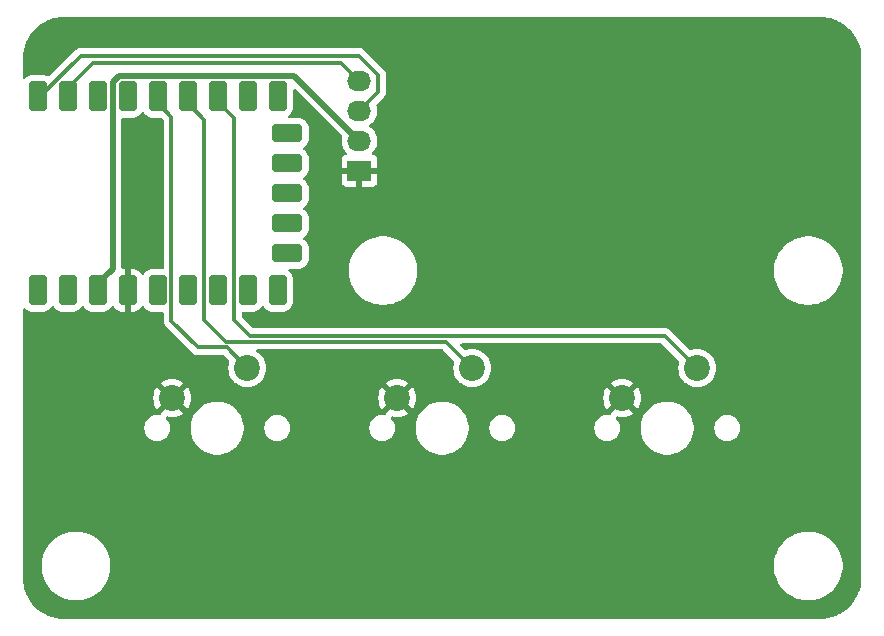
<source format=gtl>
G04 #@! TF.GenerationSoftware,KiCad,Pcbnew,8.0.8-8.0.8-0~ubuntu22.04.1*
G04 #@! TF.CreationDate,2025-02-26T16:06:35+08:00*
G04 #@! TF.ProjectId,macropad,6d616372-6f70-4616-942e-6b696361645f,rev?*
G04 #@! TF.SameCoordinates,Original*
G04 #@! TF.FileFunction,Copper,L1,Top*
G04 #@! TF.FilePolarity,Positive*
%FSLAX46Y46*%
G04 Gerber Fmt 4.6, Leading zero omitted, Abs format (unit mm)*
G04 Created by KiCad (PCBNEW 8.0.8-8.0.8-0~ubuntu22.04.1) date 2025-02-26 16:06:35*
%MOMM*%
%LPD*%
G01*
G04 APERTURE LIST*
G04 Aperture macros list*
%AMRoundRect*
0 Rectangle with rounded corners*
0 $1 Rounding radius*
0 $2 $3 $4 $5 $6 $7 $8 $9 X,Y pos of 4 corners*
0 Add a 4 corners polygon primitive as box body*
4,1,4,$2,$3,$4,$5,$6,$7,$8,$9,$2,$3,0*
0 Add four circle primitives for the rounded corners*
1,1,$1+$1,$2,$3*
1,1,$1+$1,$4,$5*
1,1,$1+$1,$6,$7*
1,1,$1+$1,$8,$9*
0 Add four rect primitives between the rounded corners*
20,1,$1+$1,$2,$3,$4,$5,0*
20,1,$1+$1,$4,$5,$6,$7,0*
20,1,$1+$1,$6,$7,$8,$9,0*
20,1,$1+$1,$8,$9,$2,$3,0*%
G04 Aperture macros list end*
G04 #@! TA.AperFunction,ComponentPad*
%ADD10R,2.030000X1.730000*%
G04 #@! TD*
G04 #@! TA.AperFunction,ComponentPad*
%ADD11O,2.030000X1.730000*%
G04 #@! TD*
G04 #@! TA.AperFunction,ComponentPad*
%ADD12C,2.200000*%
G04 #@! TD*
G04 #@! TA.AperFunction,ComponentPad*
%ADD13RoundRect,0.400000X0.400000X-0.900000X0.400000X0.900000X-0.400000X0.900000X-0.400000X-0.900000X0*%
G04 #@! TD*
G04 #@! TA.AperFunction,ComponentPad*
%ADD14RoundRect,0.400050X0.400050X-0.899950X0.400050X0.899950X-0.400050X0.899950X-0.400050X-0.899950X0*%
G04 #@! TD*
G04 #@! TA.AperFunction,ComponentPad*
%ADD15RoundRect,0.400000X0.900000X-0.400000X0.900000X0.400000X-0.900000X0.400000X-0.900000X-0.400000X0*%
G04 #@! TD*
G04 #@! TA.AperFunction,ComponentPad*
%ADD16RoundRect,0.393700X0.906300X-0.393700X0.906300X0.393700X-0.906300X0.393700X-0.906300X-0.393700X0*%
G04 #@! TD*
G04 #@! TA.AperFunction,Conductor*
%ADD17C,0.500000*%
G04 #@! TD*
G04 #@! TA.AperFunction,Conductor*
%ADD18C,0.300000*%
G04 #@! TD*
G04 APERTURE END LIST*
D10*
X200000000Y-78540000D03*
D11*
X200000000Y-76000000D03*
X200000000Y-73460000D03*
X200000000Y-70920000D03*
D12*
X222250000Y-97790000D03*
X228600000Y-95250000D03*
X203200000Y-97790000D03*
X209550000Y-95250000D03*
X190500000Y-95250000D03*
X184150000Y-97790000D03*
D13*
X172765000Y-72240000D03*
X175305000Y-72240000D03*
X177845000Y-72240000D03*
X180385000Y-72240000D03*
X182925000Y-72240000D03*
D14*
X185465000Y-72240000D03*
X188005000Y-72240000D03*
X190545000Y-72240000D03*
X193085000Y-72240000D03*
D15*
X193895000Y-75380000D03*
D16*
X193895000Y-77920000D03*
X193895000Y-80460000D03*
X193895000Y-83000000D03*
X193895000Y-85540000D03*
D14*
X193085000Y-88680000D03*
X190545000Y-88680000D03*
X188005000Y-88680000D03*
X185465000Y-88680000D03*
X172765000Y-88680000D03*
X175305000Y-88680000D03*
X177845000Y-88680000D03*
X182925000Y-88680000D03*
X180385000Y-88680000D03*
D17*
X200000000Y-76000000D02*
X194490000Y-70490000D01*
X194490000Y-70490000D02*
X179632918Y-70490000D01*
X179632918Y-70490000D02*
X179095000Y-71027918D01*
X179095000Y-71027918D02*
X179095000Y-86830000D01*
X179095000Y-86830000D02*
X177845000Y-88080000D01*
D18*
X200000000Y-70920000D02*
X198480000Y-69400000D01*
X198480000Y-69400000D02*
X177400000Y-69400000D01*
X177400000Y-69400000D02*
X175305000Y-71495000D01*
X175305000Y-71495000D02*
X175305000Y-72840000D01*
X200000000Y-73460000D02*
X201600000Y-71860000D01*
X201600000Y-71860000D02*
X201600000Y-70400000D01*
X201600000Y-70400000D02*
X200000000Y-68800000D01*
X176384338Y-68800000D02*
X172765000Y-72419338D01*
X200000000Y-68800000D02*
X176384338Y-68800000D01*
X172765000Y-72419338D02*
X172765000Y-72840000D01*
X228600000Y-95250000D02*
X225850000Y-92500000D01*
X225850000Y-92500000D02*
X190700000Y-92500000D01*
X190700000Y-92500000D02*
X189394900Y-91194900D01*
X189394900Y-91194900D02*
X189394900Y-74112400D01*
X189394900Y-74112400D02*
X188122500Y-72840000D01*
X188122500Y-72840000D02*
X188005000Y-72840000D01*
X190500000Y-95250000D02*
X190500000Y-95200000D01*
X190500000Y-95200000D02*
X188800000Y-93500000D01*
X188800000Y-93500000D02*
X186300000Y-93500000D01*
X184075100Y-73990100D02*
X182925000Y-72840000D01*
X186300000Y-93500000D02*
X184075100Y-91275100D01*
X184075100Y-91275100D02*
X184075100Y-73990100D01*
X209550000Y-95250000D02*
X207300000Y-93000000D01*
X207300000Y-93000000D02*
X188700000Y-93000000D01*
X188700000Y-93000000D02*
X186854900Y-91154900D01*
X186854900Y-91154900D02*
X186854900Y-74229900D01*
X186854900Y-74229900D02*
X185465000Y-72840000D01*
G04 #@! TA.AperFunction,Conductor*
G36*
X239003032Y-65500648D02*
G01*
X239336929Y-65517052D01*
X239349037Y-65518245D01*
X239452146Y-65533539D01*
X239676699Y-65566849D01*
X239688617Y-65569219D01*
X240009951Y-65649709D01*
X240021588Y-65653240D01*
X240092806Y-65678722D01*
X240333467Y-65764832D01*
X240344688Y-65769479D01*
X240644163Y-65911120D01*
X240654871Y-65916844D01*
X240938988Y-66087137D01*
X240949106Y-66093897D01*
X241215170Y-66291224D01*
X241224576Y-66298944D01*
X241470013Y-66521395D01*
X241478604Y-66529986D01*
X241665755Y-66736475D01*
X241701055Y-66775423D01*
X241708775Y-66784829D01*
X241906102Y-67050893D01*
X241912862Y-67061011D01*
X242041776Y-67276092D01*
X242083148Y-67345116D01*
X242088885Y-67355848D01*
X242230514Y-67655297D01*
X242235170Y-67666540D01*
X242346759Y-67978411D01*
X242350292Y-67990055D01*
X242430777Y-68311369D01*
X242433151Y-68323305D01*
X242481754Y-68650962D01*
X242482947Y-68663071D01*
X242499351Y-68996966D01*
X242499500Y-69003051D01*
X242499500Y-112996948D01*
X242499351Y-113003033D01*
X242482947Y-113336928D01*
X242481754Y-113349037D01*
X242433151Y-113676694D01*
X242430777Y-113688630D01*
X242350292Y-114009944D01*
X242346759Y-114021588D01*
X242235170Y-114333459D01*
X242230514Y-114344702D01*
X242088885Y-114644151D01*
X242083148Y-114654883D01*
X241912862Y-114938988D01*
X241906102Y-114949106D01*
X241708775Y-115215170D01*
X241701055Y-115224576D01*
X241478611Y-115470006D01*
X241470006Y-115478611D01*
X241224576Y-115701055D01*
X241215170Y-115708775D01*
X240949106Y-115906102D01*
X240938988Y-115912862D01*
X240654883Y-116083148D01*
X240644151Y-116088885D01*
X240344702Y-116230514D01*
X240333459Y-116235170D01*
X240021588Y-116346759D01*
X240009944Y-116350292D01*
X239688630Y-116430777D01*
X239676694Y-116433151D01*
X239349037Y-116481754D01*
X239336928Y-116482947D01*
X239021989Y-116498419D01*
X239003031Y-116499351D01*
X238996949Y-116499500D01*
X175003051Y-116499500D01*
X174996968Y-116499351D01*
X174976900Y-116498365D01*
X174663071Y-116482947D01*
X174650962Y-116481754D01*
X174323305Y-116433151D01*
X174311369Y-116430777D01*
X173990055Y-116350292D01*
X173978411Y-116346759D01*
X173666540Y-116235170D01*
X173655301Y-116230515D01*
X173355844Y-116088883D01*
X173345121Y-116083150D01*
X173061011Y-115912862D01*
X173050893Y-115906102D01*
X172784829Y-115708775D01*
X172775423Y-115701055D01*
X172736475Y-115665755D01*
X172529986Y-115478604D01*
X172521395Y-115470013D01*
X172298944Y-115224576D01*
X172291224Y-115215170D01*
X172093897Y-114949106D01*
X172087137Y-114938988D01*
X171916844Y-114654871D01*
X171911120Y-114644163D01*
X171769479Y-114344688D01*
X171764829Y-114333459D01*
X171653240Y-114021588D01*
X171649707Y-114009944D01*
X171631131Y-113935783D01*
X171569219Y-113688617D01*
X171566848Y-113676694D01*
X171518245Y-113349037D01*
X171517052Y-113336927D01*
X171500649Y-113003032D01*
X171500500Y-112996948D01*
X171500500Y-111837106D01*
X173099500Y-111837106D01*
X173099500Y-112162893D01*
X173135974Y-112486604D01*
X173135976Y-112486620D01*
X173208467Y-112804226D01*
X173208471Y-112804238D01*
X173316066Y-113111725D01*
X173457413Y-113405234D01*
X173457415Y-113405237D01*
X173630739Y-113681081D01*
X173833857Y-113935783D01*
X174064217Y-114166143D01*
X174318919Y-114369261D01*
X174594763Y-114542585D01*
X174888278Y-114683935D01*
X175119217Y-114764744D01*
X175195761Y-114791528D01*
X175195773Y-114791532D01*
X175513383Y-114864024D01*
X175837106Y-114900499D01*
X175837107Y-114900500D01*
X175837111Y-114900500D01*
X176162893Y-114900500D01*
X176162893Y-114900499D01*
X176486617Y-114864024D01*
X176804227Y-114791532D01*
X177111722Y-114683935D01*
X177405237Y-114542585D01*
X177681081Y-114369261D01*
X177935783Y-114166143D01*
X178166143Y-113935783D01*
X178369261Y-113681081D01*
X178542585Y-113405237D01*
X178683935Y-113111722D01*
X178791532Y-112804227D01*
X178864024Y-112486617D01*
X178900500Y-112162889D01*
X178900500Y-111837111D01*
X178900499Y-111837106D01*
X235099500Y-111837106D01*
X235099500Y-112162893D01*
X235135974Y-112486604D01*
X235135976Y-112486620D01*
X235208467Y-112804226D01*
X235208471Y-112804238D01*
X235316066Y-113111725D01*
X235457413Y-113405234D01*
X235457415Y-113405237D01*
X235630739Y-113681081D01*
X235833857Y-113935783D01*
X236064217Y-114166143D01*
X236318919Y-114369261D01*
X236594763Y-114542585D01*
X236888278Y-114683935D01*
X237119217Y-114764744D01*
X237195761Y-114791528D01*
X237195773Y-114791532D01*
X237513383Y-114864024D01*
X237837106Y-114900499D01*
X237837107Y-114900500D01*
X237837111Y-114900500D01*
X238162893Y-114900500D01*
X238162893Y-114900499D01*
X238486617Y-114864024D01*
X238804227Y-114791532D01*
X239111722Y-114683935D01*
X239405237Y-114542585D01*
X239681081Y-114369261D01*
X239935783Y-114166143D01*
X240166143Y-113935783D01*
X240369261Y-113681081D01*
X240542585Y-113405237D01*
X240683935Y-113111722D01*
X240791532Y-112804227D01*
X240864024Y-112486617D01*
X240900500Y-112162889D01*
X240900500Y-111837111D01*
X240864024Y-111513383D01*
X240791532Y-111195773D01*
X240683935Y-110888278D01*
X240542585Y-110594763D01*
X240369261Y-110318919D01*
X240166143Y-110064217D01*
X239935783Y-109833857D01*
X239681081Y-109630739D01*
X239405237Y-109457415D01*
X239405234Y-109457413D01*
X239111725Y-109316066D01*
X238804238Y-109208471D01*
X238804226Y-109208467D01*
X238486620Y-109135976D01*
X238486604Y-109135974D01*
X238162893Y-109099500D01*
X238162889Y-109099500D01*
X237837111Y-109099500D01*
X237837107Y-109099500D01*
X237513395Y-109135974D01*
X237513379Y-109135976D01*
X237195773Y-109208467D01*
X237195761Y-109208471D01*
X236888274Y-109316066D01*
X236594765Y-109457413D01*
X236318920Y-109630738D01*
X236064217Y-109833856D01*
X235833856Y-110064217D01*
X235630738Y-110318920D01*
X235457413Y-110594765D01*
X235316066Y-110888274D01*
X235208471Y-111195761D01*
X235208467Y-111195773D01*
X235135976Y-111513379D01*
X235135974Y-111513395D01*
X235099500Y-111837106D01*
X178900499Y-111837106D01*
X178864024Y-111513383D01*
X178791532Y-111195773D01*
X178683935Y-110888278D01*
X178542585Y-110594763D01*
X178369261Y-110318919D01*
X178166143Y-110064217D01*
X177935783Y-109833857D01*
X177681081Y-109630739D01*
X177405237Y-109457415D01*
X177405234Y-109457413D01*
X177111725Y-109316066D01*
X176804238Y-109208471D01*
X176804226Y-109208467D01*
X176486620Y-109135976D01*
X176486604Y-109135974D01*
X176162893Y-109099500D01*
X176162889Y-109099500D01*
X175837111Y-109099500D01*
X175837107Y-109099500D01*
X175513395Y-109135974D01*
X175513379Y-109135976D01*
X175195773Y-109208467D01*
X175195761Y-109208471D01*
X174888274Y-109316066D01*
X174594765Y-109457413D01*
X174318920Y-109630738D01*
X174064217Y-109833856D01*
X173833856Y-110064217D01*
X173630738Y-110318920D01*
X173457413Y-110594765D01*
X173316066Y-110888274D01*
X173208471Y-111195761D01*
X173208467Y-111195773D01*
X173135976Y-111513379D01*
X173135974Y-111513395D01*
X173099500Y-111837106D01*
X171500500Y-111837106D01*
X171500500Y-100243389D01*
X181779500Y-100243389D01*
X181779500Y-100416611D01*
X181806598Y-100587701D01*
X181860127Y-100752445D01*
X181938768Y-100906788D01*
X182040586Y-101046928D01*
X182163072Y-101169414D01*
X182303212Y-101271232D01*
X182457555Y-101349873D01*
X182622299Y-101403402D01*
X182793389Y-101430500D01*
X182793390Y-101430500D01*
X182966610Y-101430500D01*
X182966611Y-101430500D01*
X183137701Y-101403402D01*
X183302445Y-101349873D01*
X183456788Y-101271232D01*
X183596928Y-101169414D01*
X183719414Y-101046928D01*
X183821232Y-100906788D01*
X183899873Y-100752445D01*
X183953402Y-100587701D01*
X183980500Y-100416611D01*
X183980500Y-100243389D01*
X183970854Y-100182486D01*
X185709500Y-100182486D01*
X185709500Y-100477513D01*
X185741571Y-100721113D01*
X185748007Y-100769993D01*
X185822212Y-101046930D01*
X185824361Y-101054951D01*
X185824364Y-101054961D01*
X185937254Y-101327500D01*
X185937258Y-101327510D01*
X186084761Y-101582993D01*
X186264352Y-101817040D01*
X186264358Y-101817047D01*
X186472952Y-102025641D01*
X186472959Y-102025647D01*
X186707006Y-102205238D01*
X186962489Y-102352741D01*
X186962490Y-102352741D01*
X186962493Y-102352743D01*
X187235048Y-102465639D01*
X187520007Y-102541993D01*
X187812494Y-102580500D01*
X187812501Y-102580500D01*
X188107499Y-102580500D01*
X188107506Y-102580500D01*
X188399993Y-102541993D01*
X188684952Y-102465639D01*
X188957507Y-102352743D01*
X189212994Y-102205238D01*
X189447042Y-102025646D01*
X189655646Y-101817042D01*
X189835238Y-101582994D01*
X189982743Y-101327507D01*
X190095639Y-101054952D01*
X190171993Y-100769993D01*
X190210500Y-100477506D01*
X190210500Y-100243389D01*
X191939500Y-100243389D01*
X191939500Y-100416611D01*
X191966598Y-100587701D01*
X192020127Y-100752445D01*
X192098768Y-100906788D01*
X192200586Y-101046928D01*
X192323072Y-101169414D01*
X192463212Y-101271232D01*
X192617555Y-101349873D01*
X192782299Y-101403402D01*
X192953389Y-101430500D01*
X192953390Y-101430500D01*
X193126610Y-101430500D01*
X193126611Y-101430500D01*
X193297701Y-101403402D01*
X193462445Y-101349873D01*
X193616788Y-101271232D01*
X193756928Y-101169414D01*
X193879414Y-101046928D01*
X193981232Y-100906788D01*
X194059873Y-100752445D01*
X194113402Y-100587701D01*
X194140500Y-100416611D01*
X194140500Y-100243389D01*
X200829500Y-100243389D01*
X200829500Y-100416611D01*
X200856598Y-100587701D01*
X200910127Y-100752445D01*
X200988768Y-100906788D01*
X201090586Y-101046928D01*
X201213072Y-101169414D01*
X201353212Y-101271232D01*
X201507555Y-101349873D01*
X201672299Y-101403402D01*
X201843389Y-101430500D01*
X201843390Y-101430500D01*
X202016610Y-101430500D01*
X202016611Y-101430500D01*
X202187701Y-101403402D01*
X202352445Y-101349873D01*
X202506788Y-101271232D01*
X202646928Y-101169414D01*
X202769414Y-101046928D01*
X202871232Y-100906788D01*
X202949873Y-100752445D01*
X203003402Y-100587701D01*
X203030500Y-100416611D01*
X203030500Y-100243389D01*
X203020854Y-100182486D01*
X204759500Y-100182486D01*
X204759500Y-100477513D01*
X204791571Y-100721113D01*
X204798007Y-100769993D01*
X204872212Y-101046930D01*
X204874361Y-101054951D01*
X204874364Y-101054961D01*
X204987254Y-101327500D01*
X204987258Y-101327510D01*
X205134761Y-101582993D01*
X205314352Y-101817040D01*
X205314358Y-101817047D01*
X205522952Y-102025641D01*
X205522959Y-102025647D01*
X205757006Y-102205238D01*
X206012489Y-102352741D01*
X206012490Y-102352741D01*
X206012493Y-102352743D01*
X206285048Y-102465639D01*
X206570007Y-102541993D01*
X206862494Y-102580500D01*
X206862501Y-102580500D01*
X207157499Y-102580500D01*
X207157506Y-102580500D01*
X207449993Y-102541993D01*
X207734952Y-102465639D01*
X208007507Y-102352743D01*
X208262994Y-102205238D01*
X208497042Y-102025646D01*
X208705646Y-101817042D01*
X208885238Y-101582994D01*
X209032743Y-101327507D01*
X209145639Y-101054952D01*
X209221993Y-100769993D01*
X209260500Y-100477506D01*
X209260500Y-100243389D01*
X210989500Y-100243389D01*
X210989500Y-100416611D01*
X211016598Y-100587701D01*
X211070127Y-100752445D01*
X211148768Y-100906788D01*
X211250586Y-101046928D01*
X211373072Y-101169414D01*
X211513212Y-101271232D01*
X211667555Y-101349873D01*
X211832299Y-101403402D01*
X212003389Y-101430500D01*
X212003390Y-101430500D01*
X212176610Y-101430500D01*
X212176611Y-101430500D01*
X212347701Y-101403402D01*
X212512445Y-101349873D01*
X212666788Y-101271232D01*
X212806928Y-101169414D01*
X212929414Y-101046928D01*
X213031232Y-100906788D01*
X213109873Y-100752445D01*
X213163402Y-100587701D01*
X213190500Y-100416611D01*
X213190500Y-100243389D01*
X219879500Y-100243389D01*
X219879500Y-100416611D01*
X219906598Y-100587701D01*
X219960127Y-100752445D01*
X220038768Y-100906788D01*
X220140586Y-101046928D01*
X220263072Y-101169414D01*
X220403212Y-101271232D01*
X220557555Y-101349873D01*
X220722299Y-101403402D01*
X220893389Y-101430500D01*
X220893390Y-101430500D01*
X221066610Y-101430500D01*
X221066611Y-101430500D01*
X221237701Y-101403402D01*
X221402445Y-101349873D01*
X221556788Y-101271232D01*
X221696928Y-101169414D01*
X221819414Y-101046928D01*
X221921232Y-100906788D01*
X221999873Y-100752445D01*
X222053402Y-100587701D01*
X222080500Y-100416611D01*
X222080500Y-100243389D01*
X222070854Y-100182486D01*
X223809500Y-100182486D01*
X223809500Y-100477513D01*
X223841571Y-100721113D01*
X223848007Y-100769993D01*
X223922212Y-101046930D01*
X223924361Y-101054951D01*
X223924364Y-101054961D01*
X224037254Y-101327500D01*
X224037258Y-101327510D01*
X224184761Y-101582993D01*
X224364352Y-101817040D01*
X224364358Y-101817047D01*
X224572952Y-102025641D01*
X224572959Y-102025647D01*
X224807006Y-102205238D01*
X225062489Y-102352741D01*
X225062490Y-102352741D01*
X225062493Y-102352743D01*
X225335048Y-102465639D01*
X225620007Y-102541993D01*
X225912494Y-102580500D01*
X225912501Y-102580500D01*
X226207499Y-102580500D01*
X226207506Y-102580500D01*
X226499993Y-102541993D01*
X226784952Y-102465639D01*
X227057507Y-102352743D01*
X227312994Y-102205238D01*
X227547042Y-102025646D01*
X227755646Y-101817042D01*
X227935238Y-101582994D01*
X228082743Y-101327507D01*
X228195639Y-101054952D01*
X228271993Y-100769993D01*
X228310500Y-100477506D01*
X228310500Y-100243389D01*
X230039500Y-100243389D01*
X230039500Y-100416611D01*
X230066598Y-100587701D01*
X230120127Y-100752445D01*
X230198768Y-100906788D01*
X230300586Y-101046928D01*
X230423072Y-101169414D01*
X230563212Y-101271232D01*
X230717555Y-101349873D01*
X230882299Y-101403402D01*
X231053389Y-101430500D01*
X231053390Y-101430500D01*
X231226610Y-101430500D01*
X231226611Y-101430500D01*
X231397701Y-101403402D01*
X231562445Y-101349873D01*
X231716788Y-101271232D01*
X231856928Y-101169414D01*
X231979414Y-101046928D01*
X232081232Y-100906788D01*
X232159873Y-100752445D01*
X232213402Y-100587701D01*
X232240500Y-100416611D01*
X232240500Y-100243389D01*
X232213402Y-100072299D01*
X232159873Y-99907555D01*
X232081232Y-99753212D01*
X231979414Y-99613072D01*
X231856928Y-99490586D01*
X231716788Y-99388768D01*
X231562445Y-99310127D01*
X231397701Y-99256598D01*
X231397699Y-99256597D01*
X231397698Y-99256597D01*
X231249271Y-99233089D01*
X231226611Y-99229500D01*
X231053389Y-99229500D01*
X231030729Y-99233089D01*
X230882302Y-99256597D01*
X230717552Y-99310128D01*
X230563211Y-99388768D01*
X230515822Y-99423199D01*
X230423072Y-99490586D01*
X230423070Y-99490588D01*
X230423069Y-99490588D01*
X230300588Y-99613069D01*
X230300588Y-99613070D01*
X230300586Y-99613072D01*
X230256859Y-99673256D01*
X230198768Y-99753211D01*
X230120128Y-99907552D01*
X230066597Y-100072302D01*
X230049146Y-100182486D01*
X230039500Y-100243389D01*
X228310500Y-100243389D01*
X228310500Y-100182494D01*
X228271993Y-99890007D01*
X228195639Y-99605048D01*
X228082743Y-99332493D01*
X228073449Y-99316396D01*
X227935238Y-99077006D01*
X227755647Y-98842959D01*
X227755641Y-98842952D01*
X227547047Y-98634358D01*
X227547040Y-98634352D01*
X227312993Y-98454761D01*
X227057510Y-98307258D01*
X227057500Y-98307254D01*
X226784961Y-98194364D01*
X226784954Y-98194362D01*
X226784952Y-98194361D01*
X226499993Y-98118007D01*
X226451113Y-98111571D01*
X226207513Y-98079500D01*
X226207506Y-98079500D01*
X225912494Y-98079500D01*
X225912486Y-98079500D01*
X225634085Y-98116153D01*
X225620007Y-98118007D01*
X225335048Y-98194361D01*
X225335038Y-98194364D01*
X225062499Y-98307254D01*
X225062489Y-98307258D01*
X224807006Y-98454761D01*
X224572959Y-98634352D01*
X224572952Y-98634358D01*
X224364358Y-98842952D01*
X224364352Y-98842959D01*
X224184761Y-99077006D01*
X224037258Y-99332489D01*
X224037254Y-99332499D01*
X223924364Y-99605038D01*
X223924361Y-99605048D01*
X223848008Y-99890004D01*
X223848006Y-99890015D01*
X223809500Y-100182486D01*
X222070854Y-100182486D01*
X222053402Y-100072299D01*
X221999873Y-99907555D01*
X221921232Y-99753212D01*
X221819414Y-99613072D01*
X221760556Y-99554214D01*
X221727071Y-99492891D01*
X221732055Y-99423199D01*
X221773927Y-99367266D01*
X221839391Y-99342849D01*
X221877184Y-99345959D01*
X221998928Y-99375187D01*
X222250000Y-99394947D01*
X222501072Y-99375187D01*
X222745956Y-99316396D01*
X222978631Y-99220019D01*
X223193361Y-99088432D01*
X223193363Y-99088430D01*
X223194180Y-99087732D01*
X222574025Y-98467578D01*
X222605258Y-98454641D01*
X222728097Y-98372563D01*
X222832563Y-98268097D01*
X222914641Y-98145258D01*
X222927578Y-98114025D01*
X223547732Y-98734180D01*
X223548430Y-98733363D01*
X223548432Y-98733361D01*
X223680019Y-98518631D01*
X223776396Y-98285956D01*
X223835187Y-98041072D01*
X223854947Y-97790000D01*
X223835187Y-97538927D01*
X223776396Y-97294043D01*
X223680019Y-97061368D01*
X223548429Y-96846634D01*
X223547733Y-96845819D01*
X223547732Y-96845819D01*
X222927577Y-97465973D01*
X222914641Y-97434742D01*
X222832563Y-97311903D01*
X222728097Y-97207437D01*
X222605258Y-97125359D01*
X222574023Y-97112421D01*
X223194179Y-96492266D01*
X223193362Y-96491568D01*
X222978631Y-96359980D01*
X222745956Y-96263603D01*
X222501072Y-96204812D01*
X222250000Y-96185052D01*
X221998927Y-96204812D01*
X221754043Y-96263603D01*
X221521368Y-96359980D01*
X221306637Y-96491567D01*
X221305818Y-96492266D01*
X221925974Y-97112421D01*
X221894742Y-97125359D01*
X221771903Y-97207437D01*
X221667437Y-97311903D01*
X221585359Y-97434742D01*
X221572421Y-97465974D01*
X220952266Y-96845818D01*
X220951567Y-96846637D01*
X220819980Y-97061368D01*
X220723603Y-97294043D01*
X220664812Y-97538927D01*
X220645052Y-97790000D01*
X220664812Y-98041072D01*
X220723603Y-98285956D01*
X220819980Y-98518631D01*
X220951568Y-98733362D01*
X220952266Y-98734179D01*
X221572421Y-98114024D01*
X221585359Y-98145258D01*
X221667437Y-98268097D01*
X221771903Y-98372563D01*
X221894742Y-98454641D01*
X221925974Y-98467577D01*
X221305819Y-99087732D01*
X221306989Y-99117539D01*
X221289948Y-99185299D01*
X221238980Y-99233089D01*
X221170264Y-99245738D01*
X221163686Y-99244875D01*
X221089271Y-99233089D01*
X221066611Y-99229500D01*
X220893389Y-99229500D01*
X220870729Y-99233089D01*
X220722302Y-99256597D01*
X220557552Y-99310128D01*
X220403211Y-99388768D01*
X220355822Y-99423199D01*
X220263072Y-99490586D01*
X220263070Y-99490588D01*
X220263069Y-99490588D01*
X220140588Y-99613069D01*
X220140588Y-99613070D01*
X220140586Y-99613072D01*
X220096859Y-99673256D01*
X220038768Y-99753211D01*
X219960128Y-99907552D01*
X219906597Y-100072302D01*
X219889146Y-100182486D01*
X219879500Y-100243389D01*
X213190500Y-100243389D01*
X213163402Y-100072299D01*
X213109873Y-99907555D01*
X213031232Y-99753212D01*
X212929414Y-99613072D01*
X212806928Y-99490586D01*
X212666788Y-99388768D01*
X212512445Y-99310127D01*
X212347701Y-99256598D01*
X212347699Y-99256597D01*
X212347698Y-99256597D01*
X212199271Y-99233089D01*
X212176611Y-99229500D01*
X212003389Y-99229500D01*
X211980729Y-99233089D01*
X211832302Y-99256597D01*
X211667552Y-99310128D01*
X211513211Y-99388768D01*
X211465822Y-99423199D01*
X211373072Y-99490586D01*
X211373070Y-99490588D01*
X211373069Y-99490588D01*
X211250588Y-99613069D01*
X211250588Y-99613070D01*
X211250586Y-99613072D01*
X211206859Y-99673256D01*
X211148768Y-99753211D01*
X211070128Y-99907552D01*
X211016597Y-100072302D01*
X210999146Y-100182486D01*
X210989500Y-100243389D01*
X209260500Y-100243389D01*
X209260500Y-100182494D01*
X209221993Y-99890007D01*
X209145639Y-99605048D01*
X209032743Y-99332493D01*
X209023449Y-99316396D01*
X208885238Y-99077006D01*
X208705647Y-98842959D01*
X208705641Y-98842952D01*
X208497047Y-98634358D01*
X208497040Y-98634352D01*
X208262993Y-98454761D01*
X208007510Y-98307258D01*
X208007500Y-98307254D01*
X207734961Y-98194364D01*
X207734954Y-98194362D01*
X207734952Y-98194361D01*
X207449993Y-98118007D01*
X207401113Y-98111571D01*
X207157513Y-98079500D01*
X207157506Y-98079500D01*
X206862494Y-98079500D01*
X206862486Y-98079500D01*
X206584085Y-98116153D01*
X206570007Y-98118007D01*
X206285048Y-98194361D01*
X206285038Y-98194364D01*
X206012499Y-98307254D01*
X206012489Y-98307258D01*
X205757006Y-98454761D01*
X205522959Y-98634352D01*
X205522952Y-98634358D01*
X205314358Y-98842952D01*
X205314352Y-98842959D01*
X205134761Y-99077006D01*
X204987258Y-99332489D01*
X204987254Y-99332499D01*
X204874364Y-99605038D01*
X204874361Y-99605048D01*
X204798008Y-99890004D01*
X204798006Y-99890015D01*
X204759500Y-100182486D01*
X203020854Y-100182486D01*
X203003402Y-100072299D01*
X202949873Y-99907555D01*
X202871232Y-99753212D01*
X202769414Y-99613072D01*
X202710556Y-99554214D01*
X202677071Y-99492891D01*
X202682055Y-99423199D01*
X202723927Y-99367266D01*
X202789391Y-99342849D01*
X202827184Y-99345959D01*
X202948928Y-99375187D01*
X203200000Y-99394947D01*
X203451072Y-99375187D01*
X203695956Y-99316396D01*
X203928631Y-99220019D01*
X204143361Y-99088432D01*
X204143363Y-99088430D01*
X204144180Y-99087732D01*
X203524025Y-98467578D01*
X203555258Y-98454641D01*
X203678097Y-98372563D01*
X203782563Y-98268097D01*
X203864641Y-98145258D01*
X203877578Y-98114025D01*
X204497732Y-98734180D01*
X204498430Y-98733363D01*
X204498432Y-98733361D01*
X204630019Y-98518631D01*
X204726396Y-98285956D01*
X204785187Y-98041072D01*
X204804947Y-97790000D01*
X204785187Y-97538927D01*
X204726396Y-97294043D01*
X204630019Y-97061368D01*
X204498429Y-96846634D01*
X204497733Y-96845819D01*
X204497732Y-96845819D01*
X203877577Y-97465973D01*
X203864641Y-97434742D01*
X203782563Y-97311903D01*
X203678097Y-97207437D01*
X203555258Y-97125359D01*
X203524023Y-97112421D01*
X204144179Y-96492266D01*
X204143362Y-96491568D01*
X203928631Y-96359980D01*
X203695956Y-96263603D01*
X203451072Y-96204812D01*
X203200000Y-96185052D01*
X202948927Y-96204812D01*
X202704043Y-96263603D01*
X202471368Y-96359980D01*
X202256637Y-96491567D01*
X202255818Y-96492266D01*
X202875974Y-97112421D01*
X202844742Y-97125359D01*
X202721903Y-97207437D01*
X202617437Y-97311903D01*
X202535359Y-97434742D01*
X202522421Y-97465974D01*
X201902266Y-96845818D01*
X201901567Y-96846637D01*
X201769980Y-97061368D01*
X201673603Y-97294043D01*
X201614812Y-97538927D01*
X201595052Y-97790000D01*
X201614812Y-98041072D01*
X201673603Y-98285956D01*
X201769980Y-98518631D01*
X201901568Y-98733362D01*
X201902266Y-98734179D01*
X202522421Y-98114024D01*
X202535359Y-98145258D01*
X202617437Y-98268097D01*
X202721903Y-98372563D01*
X202844742Y-98454641D01*
X202875974Y-98467577D01*
X202255819Y-99087732D01*
X202256989Y-99117539D01*
X202239948Y-99185299D01*
X202188980Y-99233089D01*
X202120264Y-99245738D01*
X202113686Y-99244875D01*
X202039271Y-99233089D01*
X202016611Y-99229500D01*
X201843389Y-99229500D01*
X201820729Y-99233089D01*
X201672302Y-99256597D01*
X201507552Y-99310128D01*
X201353211Y-99388768D01*
X201305822Y-99423199D01*
X201213072Y-99490586D01*
X201213070Y-99490588D01*
X201213069Y-99490588D01*
X201090588Y-99613069D01*
X201090588Y-99613070D01*
X201090586Y-99613072D01*
X201046859Y-99673256D01*
X200988768Y-99753211D01*
X200910128Y-99907552D01*
X200856597Y-100072302D01*
X200839146Y-100182486D01*
X200829500Y-100243389D01*
X194140500Y-100243389D01*
X194113402Y-100072299D01*
X194059873Y-99907555D01*
X193981232Y-99753212D01*
X193879414Y-99613072D01*
X193756928Y-99490586D01*
X193616788Y-99388768D01*
X193462445Y-99310127D01*
X193297701Y-99256598D01*
X193297699Y-99256597D01*
X193297698Y-99256597D01*
X193149271Y-99233089D01*
X193126611Y-99229500D01*
X192953389Y-99229500D01*
X192930729Y-99233089D01*
X192782302Y-99256597D01*
X192617552Y-99310128D01*
X192463211Y-99388768D01*
X192415822Y-99423199D01*
X192323072Y-99490586D01*
X192323070Y-99490588D01*
X192323069Y-99490588D01*
X192200588Y-99613069D01*
X192200588Y-99613070D01*
X192200586Y-99613072D01*
X192156859Y-99673256D01*
X192098768Y-99753211D01*
X192020128Y-99907552D01*
X191966597Y-100072302D01*
X191949146Y-100182486D01*
X191939500Y-100243389D01*
X190210500Y-100243389D01*
X190210500Y-100182494D01*
X190171993Y-99890007D01*
X190095639Y-99605048D01*
X189982743Y-99332493D01*
X189973449Y-99316396D01*
X189835238Y-99077006D01*
X189655647Y-98842959D01*
X189655641Y-98842952D01*
X189447047Y-98634358D01*
X189447040Y-98634352D01*
X189212993Y-98454761D01*
X188957510Y-98307258D01*
X188957500Y-98307254D01*
X188684961Y-98194364D01*
X188684954Y-98194362D01*
X188684952Y-98194361D01*
X188399993Y-98118007D01*
X188351113Y-98111571D01*
X188107513Y-98079500D01*
X188107506Y-98079500D01*
X187812494Y-98079500D01*
X187812486Y-98079500D01*
X187534085Y-98116153D01*
X187520007Y-98118007D01*
X187235048Y-98194361D01*
X187235038Y-98194364D01*
X186962499Y-98307254D01*
X186962489Y-98307258D01*
X186707006Y-98454761D01*
X186472959Y-98634352D01*
X186472952Y-98634358D01*
X186264358Y-98842952D01*
X186264352Y-98842959D01*
X186084761Y-99077006D01*
X185937258Y-99332489D01*
X185937254Y-99332499D01*
X185824364Y-99605038D01*
X185824361Y-99605048D01*
X185748008Y-99890004D01*
X185748006Y-99890015D01*
X185709500Y-100182486D01*
X183970854Y-100182486D01*
X183953402Y-100072299D01*
X183899873Y-99907555D01*
X183821232Y-99753212D01*
X183719414Y-99613072D01*
X183660556Y-99554214D01*
X183627071Y-99492891D01*
X183632055Y-99423199D01*
X183673927Y-99367266D01*
X183739391Y-99342849D01*
X183777184Y-99345959D01*
X183898928Y-99375187D01*
X184150000Y-99394947D01*
X184401072Y-99375187D01*
X184645956Y-99316396D01*
X184878631Y-99220019D01*
X185093361Y-99088432D01*
X185093363Y-99088430D01*
X185094180Y-99087732D01*
X184474025Y-98467578D01*
X184505258Y-98454641D01*
X184628097Y-98372563D01*
X184732563Y-98268097D01*
X184814641Y-98145258D01*
X184827578Y-98114025D01*
X185447732Y-98734180D01*
X185448430Y-98733363D01*
X185448432Y-98733361D01*
X185580019Y-98518631D01*
X185676396Y-98285956D01*
X185735187Y-98041072D01*
X185754947Y-97790000D01*
X185735187Y-97538927D01*
X185676396Y-97294043D01*
X185580019Y-97061368D01*
X185448429Y-96846634D01*
X185447733Y-96845819D01*
X185447732Y-96845819D01*
X184827577Y-97465973D01*
X184814641Y-97434742D01*
X184732563Y-97311903D01*
X184628097Y-97207437D01*
X184505258Y-97125359D01*
X184474023Y-97112421D01*
X185094179Y-96492266D01*
X185093362Y-96491568D01*
X184878631Y-96359980D01*
X184645956Y-96263603D01*
X184401072Y-96204812D01*
X184150000Y-96185052D01*
X183898927Y-96204812D01*
X183654043Y-96263603D01*
X183421368Y-96359980D01*
X183206637Y-96491567D01*
X183205818Y-96492266D01*
X183825974Y-97112421D01*
X183794742Y-97125359D01*
X183671903Y-97207437D01*
X183567437Y-97311903D01*
X183485359Y-97434742D01*
X183472421Y-97465974D01*
X182852266Y-96845818D01*
X182851567Y-96846637D01*
X182719980Y-97061368D01*
X182623603Y-97294043D01*
X182564812Y-97538927D01*
X182545052Y-97790000D01*
X182564812Y-98041072D01*
X182623603Y-98285956D01*
X182719980Y-98518631D01*
X182851568Y-98733362D01*
X182852266Y-98734179D01*
X183472421Y-98114024D01*
X183485359Y-98145258D01*
X183567437Y-98268097D01*
X183671903Y-98372563D01*
X183794742Y-98454641D01*
X183825974Y-98467577D01*
X183205819Y-99087732D01*
X183206989Y-99117539D01*
X183189948Y-99185299D01*
X183138980Y-99233089D01*
X183070264Y-99245738D01*
X183063686Y-99244875D01*
X182989271Y-99233089D01*
X182966611Y-99229500D01*
X182793389Y-99229500D01*
X182770729Y-99233089D01*
X182622302Y-99256597D01*
X182457552Y-99310128D01*
X182303211Y-99388768D01*
X182255822Y-99423199D01*
X182163072Y-99490586D01*
X182163070Y-99490588D01*
X182163069Y-99490588D01*
X182040588Y-99613069D01*
X182040588Y-99613070D01*
X182040586Y-99613072D01*
X181996859Y-99673256D01*
X181938768Y-99753211D01*
X181860128Y-99907552D01*
X181806597Y-100072302D01*
X181789146Y-100182486D01*
X181779500Y-100243389D01*
X171500500Y-100243389D01*
X171500500Y-90293594D01*
X171520185Y-90226555D01*
X171572989Y-90180800D01*
X171642147Y-90170856D01*
X171705703Y-90199881D01*
X171720864Y-90215557D01*
X171723772Y-90219148D01*
X171724657Y-90220241D01*
X171871773Y-90339375D01*
X171871775Y-90339376D01*
X171927279Y-90367656D01*
X172040444Y-90425316D01*
X172223297Y-90474312D01*
X172301925Y-90480500D01*
X173228074Y-90480499D01*
X173306703Y-90474312D01*
X173489556Y-90425316D01*
X173658226Y-90339375D01*
X173805342Y-90220242D01*
X173924475Y-90073126D01*
X173924512Y-90073052D01*
X173924546Y-90073016D01*
X173928014Y-90067677D01*
X173928990Y-90068310D01*
X173972484Y-90022255D01*
X174040304Y-90005455D01*
X174106440Y-90027989D01*
X174141246Y-90068157D01*
X174141986Y-90067677D01*
X174145444Y-90073002D01*
X174145488Y-90073053D01*
X174145526Y-90073128D01*
X174197165Y-90136896D01*
X174264658Y-90220242D01*
X174345946Y-90286068D01*
X174411773Y-90339375D01*
X174411775Y-90339376D01*
X174467279Y-90367656D01*
X174580444Y-90425316D01*
X174763297Y-90474312D01*
X174841925Y-90480500D01*
X175768074Y-90480499D01*
X175846703Y-90474312D01*
X176029556Y-90425316D01*
X176198226Y-90339375D01*
X176345342Y-90220242D01*
X176464475Y-90073126D01*
X176464512Y-90073052D01*
X176464546Y-90073016D01*
X176468014Y-90067677D01*
X176468990Y-90068310D01*
X176512484Y-90022255D01*
X176580304Y-90005455D01*
X176646440Y-90027989D01*
X176681246Y-90068157D01*
X176681986Y-90067677D01*
X176685444Y-90073002D01*
X176685488Y-90073053D01*
X176685526Y-90073128D01*
X176737165Y-90136896D01*
X176804658Y-90220242D01*
X176885946Y-90286068D01*
X176951773Y-90339375D01*
X176951775Y-90339376D01*
X177007279Y-90367656D01*
X177120444Y-90425316D01*
X177303297Y-90474312D01*
X177381925Y-90480500D01*
X178308074Y-90480499D01*
X178386703Y-90474312D01*
X178569556Y-90425316D01*
X178738226Y-90339375D01*
X178885342Y-90220242D01*
X179004475Y-90073126D01*
X179004794Y-90072500D01*
X179005075Y-90072201D01*
X179008014Y-90067677D01*
X179008841Y-90068214D01*
X179052768Y-90021703D01*
X179120588Y-90004907D01*
X179186724Y-90027443D01*
X179221730Y-90067843D01*
X179222407Y-90067404D01*
X179225568Y-90072271D01*
X179225765Y-90072499D01*
X179225944Y-90072851D01*
X179225946Y-90072854D01*
X179345013Y-90219886D01*
X179492045Y-90338953D01*
X179492048Y-90338955D01*
X179660625Y-90424848D01*
X179843377Y-90473816D01*
X179921946Y-90479999D01*
X179921960Y-90480000D01*
X180135000Y-90480000D01*
X180135000Y-88395686D01*
X180139394Y-88400080D01*
X180230606Y-88452741D01*
X180332339Y-88480000D01*
X180437661Y-88480000D01*
X180539394Y-88452741D01*
X180630606Y-88400080D01*
X180635000Y-88395686D01*
X180635000Y-90480000D01*
X180848040Y-90480000D01*
X180848053Y-90479999D01*
X180926622Y-90473816D01*
X181109374Y-90424848D01*
X181277951Y-90338955D01*
X181277954Y-90338953D01*
X181424986Y-90219886D01*
X181544052Y-90072855D01*
X181544227Y-90072513D01*
X181544381Y-90072349D01*
X181547593Y-90067404D01*
X181548496Y-90067990D01*
X181592194Y-90021711D01*
X181660013Y-90004906D01*
X181726151Y-90027435D01*
X181761374Y-90068074D01*
X181761986Y-90067677D01*
X181764842Y-90072076D01*
X181765198Y-90072486D01*
X181765522Y-90073123D01*
X181765524Y-90073126D01*
X181831351Y-90154414D01*
X181884658Y-90220242D01*
X181965946Y-90286068D01*
X182031773Y-90339375D01*
X182031775Y-90339376D01*
X182087279Y-90367656D01*
X182200444Y-90425316D01*
X182383297Y-90474312D01*
X182461925Y-90480500D01*
X183300600Y-90480499D01*
X183367639Y-90500183D01*
X183413394Y-90552987D01*
X183424600Y-90604499D01*
X183424600Y-91339169D01*
X183433646Y-91384643D01*
X183433646Y-91384645D01*
X183449237Y-91463027D01*
X183449599Y-91464844D01*
X183498635Y-91583227D01*
X183569823Y-91689769D01*
X183569826Y-91689773D01*
X185885326Y-94005273D01*
X185885329Y-94005275D01*
X185885331Y-94005277D01*
X185991873Y-94076465D01*
X186110256Y-94125501D01*
X186110260Y-94125501D01*
X186110261Y-94125502D01*
X186235928Y-94150500D01*
X186235931Y-94150500D01*
X186364069Y-94150500D01*
X188479192Y-94150500D01*
X188546231Y-94170185D01*
X188566873Y-94186819D01*
X188961641Y-94581587D01*
X188995126Y-94642910D01*
X188990142Y-94712602D01*
X188988522Y-94716718D01*
X188973127Y-94753886D01*
X188973127Y-94753887D01*
X188914317Y-94998848D01*
X188894551Y-95250000D01*
X188914317Y-95501151D01*
X188973126Y-95746110D01*
X189069533Y-95978859D01*
X189201160Y-96193653D01*
X189201161Y-96193656D01*
X189256604Y-96258571D01*
X189364776Y-96385224D01*
X189489288Y-96491567D01*
X189556343Y-96548838D01*
X189556346Y-96548839D01*
X189771140Y-96680466D01*
X190003889Y-96776873D01*
X190248852Y-96835683D01*
X190500000Y-96855449D01*
X190751148Y-96835683D01*
X190996111Y-96776873D01*
X191228859Y-96680466D01*
X191443659Y-96548836D01*
X191635224Y-96385224D01*
X191798836Y-96193659D01*
X191930466Y-95978859D01*
X192026873Y-95746111D01*
X192085683Y-95501148D01*
X192105449Y-95250000D01*
X192085683Y-94998852D01*
X192026873Y-94753889D01*
X192011476Y-94716718D01*
X191930466Y-94521140D01*
X191798839Y-94306346D01*
X191798838Y-94306343D01*
X191761875Y-94263066D01*
X191635224Y-94114776D01*
X191507012Y-94005273D01*
X191443656Y-93951161D01*
X191443654Y-93951160D01*
X191327901Y-93880227D01*
X191281026Y-93828416D01*
X191269603Y-93759486D01*
X191297260Y-93695323D01*
X191355216Y-93656298D01*
X191392691Y-93650500D01*
X206979192Y-93650500D01*
X207046231Y-93670185D01*
X207066873Y-93686819D01*
X207996997Y-94616943D01*
X208030482Y-94678266D01*
X208025498Y-94747958D01*
X208023879Y-94752071D01*
X208023128Y-94753882D01*
X208023127Y-94753887D01*
X207964317Y-94998848D01*
X207944551Y-95250000D01*
X207964317Y-95501151D01*
X208023126Y-95746110D01*
X208119533Y-95978859D01*
X208251160Y-96193653D01*
X208251161Y-96193656D01*
X208306604Y-96258571D01*
X208414776Y-96385224D01*
X208539288Y-96491567D01*
X208606343Y-96548838D01*
X208606346Y-96548839D01*
X208821140Y-96680466D01*
X209053889Y-96776873D01*
X209298852Y-96835683D01*
X209550000Y-96855449D01*
X209801148Y-96835683D01*
X210046111Y-96776873D01*
X210278859Y-96680466D01*
X210493659Y-96548836D01*
X210685224Y-96385224D01*
X210848836Y-96193659D01*
X210980466Y-95978859D01*
X211076873Y-95746111D01*
X211135683Y-95501148D01*
X211155449Y-95250000D01*
X211135683Y-94998852D01*
X211076873Y-94753889D01*
X211061476Y-94716718D01*
X210980466Y-94521140D01*
X210848839Y-94306346D01*
X210848838Y-94306343D01*
X210811875Y-94263066D01*
X210685224Y-94114776D01*
X210557012Y-94005273D01*
X210493656Y-93951161D01*
X210493653Y-93951160D01*
X210278859Y-93819533D01*
X210046110Y-93723126D01*
X209801151Y-93664317D01*
X209550000Y-93644551D01*
X209298848Y-93664317D01*
X209053887Y-93723127D01*
X209053882Y-93723128D01*
X209052071Y-93723879D01*
X209051327Y-93723958D01*
X209049256Y-93724632D01*
X209049114Y-93724196D01*
X208982602Y-93731345D01*
X208920124Y-93700067D01*
X208916943Y-93696997D01*
X208582127Y-93362181D01*
X208548642Y-93300858D01*
X208553626Y-93231166D01*
X208595498Y-93175233D01*
X208660962Y-93150816D01*
X208669808Y-93150500D01*
X225529192Y-93150500D01*
X225596231Y-93170185D01*
X225616873Y-93186819D01*
X227046997Y-94616943D01*
X227080482Y-94678266D01*
X227075498Y-94747958D01*
X227073879Y-94752071D01*
X227073128Y-94753882D01*
X227073127Y-94753887D01*
X227014317Y-94998848D01*
X226994551Y-95250000D01*
X227014317Y-95501151D01*
X227073126Y-95746110D01*
X227169533Y-95978859D01*
X227301160Y-96193653D01*
X227301161Y-96193656D01*
X227356604Y-96258571D01*
X227464776Y-96385224D01*
X227589288Y-96491567D01*
X227656343Y-96548838D01*
X227656346Y-96548839D01*
X227871140Y-96680466D01*
X228103889Y-96776873D01*
X228348852Y-96835683D01*
X228600000Y-96855449D01*
X228851148Y-96835683D01*
X229096111Y-96776873D01*
X229328859Y-96680466D01*
X229543659Y-96548836D01*
X229735224Y-96385224D01*
X229898836Y-96193659D01*
X230030466Y-95978859D01*
X230126873Y-95746111D01*
X230185683Y-95501148D01*
X230205449Y-95250000D01*
X230185683Y-94998852D01*
X230126873Y-94753889D01*
X230111476Y-94716718D01*
X230030466Y-94521140D01*
X229898839Y-94306346D01*
X229898838Y-94306343D01*
X229861875Y-94263066D01*
X229735224Y-94114776D01*
X229607012Y-94005273D01*
X229543656Y-93951161D01*
X229543653Y-93951160D01*
X229328859Y-93819533D01*
X229096110Y-93723126D01*
X228851151Y-93664317D01*
X228600000Y-93644551D01*
X228348848Y-93664317D01*
X228103887Y-93723127D01*
X228103882Y-93723128D01*
X228102071Y-93723879D01*
X228101327Y-93723958D01*
X228099256Y-93724632D01*
X228099114Y-93724196D01*
X228032602Y-93731345D01*
X227970124Y-93700067D01*
X227966943Y-93696997D01*
X226264674Y-91994727D01*
X226264673Y-91994726D01*
X226264669Y-91994723D01*
X226158127Y-91923535D01*
X226039744Y-91874499D01*
X226039738Y-91874497D01*
X225914071Y-91849500D01*
X225914069Y-91849500D01*
X191020808Y-91849500D01*
X190953769Y-91829815D01*
X190933127Y-91813181D01*
X190081719Y-90961773D01*
X190048234Y-90900450D01*
X190045400Y-90874092D01*
X190045400Y-90604499D01*
X190065085Y-90537460D01*
X190117889Y-90491705D01*
X190169395Y-90480499D01*
X191008074Y-90480499D01*
X191086703Y-90474312D01*
X191269556Y-90425316D01*
X191438226Y-90339375D01*
X191585342Y-90220242D01*
X191704475Y-90073126D01*
X191704512Y-90073052D01*
X191704546Y-90073016D01*
X191708014Y-90067677D01*
X191708990Y-90068310D01*
X191752484Y-90022255D01*
X191820304Y-90005455D01*
X191886440Y-90027989D01*
X191921246Y-90068157D01*
X191921986Y-90067677D01*
X191925444Y-90073002D01*
X191925488Y-90073053D01*
X191925526Y-90073128D01*
X191977165Y-90136896D01*
X192044658Y-90220242D01*
X192125946Y-90286068D01*
X192191773Y-90339375D01*
X192191775Y-90339376D01*
X192247279Y-90367656D01*
X192360444Y-90425316D01*
X192543297Y-90474312D01*
X192621925Y-90480500D01*
X193548074Y-90480499D01*
X193626703Y-90474312D01*
X193809556Y-90425316D01*
X193978226Y-90339375D01*
X194125342Y-90220242D01*
X194244475Y-90073126D01*
X194330416Y-89904456D01*
X194379412Y-89721603D01*
X194385600Y-89642975D01*
X194385599Y-87717026D01*
X194379412Y-87638397D01*
X194330416Y-87455544D01*
X194255451Y-87308416D01*
X194244476Y-87286875D01*
X194244475Y-87286873D01*
X194125341Y-87139757D01*
X194012358Y-87048264D01*
X193972647Y-86990777D01*
X193970320Y-86920946D01*
X194006116Y-86860942D01*
X194054021Y-86837106D01*
X199099500Y-86837106D01*
X199099500Y-87162893D01*
X199135974Y-87486604D01*
X199135976Y-87486620D01*
X199208467Y-87804226D01*
X199208471Y-87804238D01*
X199316066Y-88111725D01*
X199457413Y-88405234D01*
X199457415Y-88405237D01*
X199630739Y-88681081D01*
X199833857Y-88935783D01*
X200064217Y-89166143D01*
X200318919Y-89369261D01*
X200594763Y-89542585D01*
X200888278Y-89683935D01*
X201119217Y-89764744D01*
X201195761Y-89791528D01*
X201195773Y-89791532D01*
X201513383Y-89864024D01*
X201837106Y-89900499D01*
X201837107Y-89900500D01*
X201837111Y-89900500D01*
X202162893Y-89900500D01*
X202162893Y-89900499D01*
X202486617Y-89864024D01*
X202804227Y-89791532D01*
X203111722Y-89683935D01*
X203405237Y-89542585D01*
X203681081Y-89369261D01*
X203935783Y-89166143D01*
X204166143Y-88935783D01*
X204369261Y-88681081D01*
X204542585Y-88405237D01*
X204683935Y-88111722D01*
X204791532Y-87804227D01*
X204864024Y-87486617D01*
X204900500Y-87162889D01*
X204900500Y-86837111D01*
X204900499Y-86837106D01*
X235099500Y-86837106D01*
X235099500Y-87162893D01*
X235135974Y-87486604D01*
X235135976Y-87486620D01*
X235208467Y-87804226D01*
X235208471Y-87804238D01*
X235316066Y-88111725D01*
X235457413Y-88405234D01*
X235457415Y-88405237D01*
X235630739Y-88681081D01*
X235833857Y-88935783D01*
X236064217Y-89166143D01*
X236318919Y-89369261D01*
X236594763Y-89542585D01*
X236888278Y-89683935D01*
X237119217Y-89764744D01*
X237195761Y-89791528D01*
X237195773Y-89791532D01*
X237513383Y-89864024D01*
X237837106Y-89900499D01*
X237837107Y-89900500D01*
X237837111Y-89900500D01*
X238162893Y-89900500D01*
X238162893Y-89900499D01*
X238486617Y-89864024D01*
X238804227Y-89791532D01*
X239111722Y-89683935D01*
X239405237Y-89542585D01*
X239681081Y-89369261D01*
X239935783Y-89166143D01*
X240166143Y-88935783D01*
X240369261Y-88681081D01*
X240542585Y-88405237D01*
X240683935Y-88111722D01*
X240791532Y-87804227D01*
X240864024Y-87486617D01*
X240900500Y-87162889D01*
X240900500Y-86837111D01*
X240864024Y-86513383D01*
X240791532Y-86195773D01*
X240683935Y-85888278D01*
X240542585Y-85594763D01*
X240369261Y-85318919D01*
X240166143Y-85064217D01*
X239935783Y-84833857D01*
X239681081Y-84630739D01*
X239405237Y-84457415D01*
X239405234Y-84457413D01*
X239111725Y-84316066D01*
X238804238Y-84208471D01*
X238804226Y-84208467D01*
X238486620Y-84135976D01*
X238486604Y-84135974D01*
X238162893Y-84099500D01*
X238162889Y-84099500D01*
X237837111Y-84099500D01*
X237837107Y-84099500D01*
X237513395Y-84135974D01*
X237513379Y-84135976D01*
X237195773Y-84208467D01*
X237195761Y-84208471D01*
X236888274Y-84316066D01*
X236594765Y-84457413D01*
X236318920Y-84630738D01*
X236064217Y-84833856D01*
X235833856Y-85064217D01*
X235630738Y-85318920D01*
X235457413Y-85594765D01*
X235316066Y-85888274D01*
X235208471Y-86195761D01*
X235208467Y-86195773D01*
X235135976Y-86513379D01*
X235135974Y-86513395D01*
X235099500Y-86837106D01*
X204900499Y-86837106D01*
X204864024Y-86513383D01*
X204791532Y-86195773D01*
X204683935Y-85888278D01*
X204542585Y-85594763D01*
X204369261Y-85318919D01*
X204166143Y-85064217D01*
X203935783Y-84833857D01*
X203681081Y-84630739D01*
X203405237Y-84457415D01*
X203405234Y-84457413D01*
X203111725Y-84316066D01*
X202804238Y-84208471D01*
X202804226Y-84208467D01*
X202486620Y-84135976D01*
X202486604Y-84135974D01*
X202162893Y-84099500D01*
X202162889Y-84099500D01*
X201837111Y-84099500D01*
X201837107Y-84099500D01*
X201513395Y-84135974D01*
X201513379Y-84135976D01*
X201195773Y-84208467D01*
X201195761Y-84208471D01*
X200888274Y-84316066D01*
X200594765Y-84457413D01*
X200318920Y-84630738D01*
X200064217Y-84833856D01*
X199833856Y-85064217D01*
X199630738Y-85318920D01*
X199457413Y-85594765D01*
X199316066Y-85888274D01*
X199208471Y-86195761D01*
X199208467Y-86195773D01*
X199135976Y-86513379D01*
X199135974Y-86513395D01*
X199099500Y-86837106D01*
X194054021Y-86837106D01*
X194068670Y-86829817D01*
X194090390Y-86827899D01*
X194863888Y-86827899D01*
X194941954Y-86821756D01*
X195123518Y-86773106D01*
X195238022Y-86714763D01*
X195290996Y-86687773D01*
X195290997Y-86687771D01*
X195290999Y-86687771D01*
X195437078Y-86569478D01*
X195555371Y-86423399D01*
X195640706Y-86255918D01*
X195689356Y-86074354D01*
X195695500Y-85996289D01*
X195695499Y-85083712D01*
X195689356Y-85005646D01*
X195640706Y-84824082D01*
X195611534Y-84766829D01*
X195555373Y-84656603D01*
X195522772Y-84616345D01*
X195437078Y-84510522D01*
X195290999Y-84392229D01*
X195290998Y-84392228D01*
X195278691Y-84385958D01*
X195267950Y-84380485D01*
X195217154Y-84332513D01*
X195200358Y-84264692D01*
X195222894Y-84198557D01*
X195267949Y-84159515D01*
X195290999Y-84147771D01*
X195437078Y-84029478D01*
X195555371Y-83883399D01*
X195640706Y-83715918D01*
X195689356Y-83534354D01*
X195695500Y-83456289D01*
X195695499Y-82543712D01*
X195689356Y-82465646D01*
X195640706Y-82284082D01*
X195611534Y-82226829D01*
X195555373Y-82116603D01*
X195522772Y-82076345D01*
X195437078Y-81970522D01*
X195290999Y-81852229D01*
X195290998Y-81852228D01*
X195278691Y-81845958D01*
X195267950Y-81840485D01*
X195217154Y-81792513D01*
X195200358Y-81724692D01*
X195222894Y-81658557D01*
X195267949Y-81619515D01*
X195290999Y-81607771D01*
X195437078Y-81489478D01*
X195555371Y-81343399D01*
X195640706Y-81175918D01*
X195689356Y-80994354D01*
X195695500Y-80916289D01*
X195695499Y-80003712D01*
X195689356Y-79925646D01*
X195640706Y-79744082D01*
X195591285Y-79647086D01*
X195555373Y-79576603D01*
X195503359Y-79512372D01*
X195437078Y-79430522D01*
X195290999Y-79312229D01*
X195290998Y-79312228D01*
X195278691Y-79305958D01*
X195267950Y-79300485D01*
X195217154Y-79252513D01*
X195200358Y-79184692D01*
X195222894Y-79118557D01*
X195267949Y-79079515D01*
X195290999Y-79067771D01*
X195437078Y-78949478D01*
X195555371Y-78803399D01*
X195640706Y-78635918D01*
X195689356Y-78454354D01*
X195695500Y-78376289D01*
X195695499Y-77463712D01*
X195689356Y-77385646D01*
X195640706Y-77204082D01*
X195577996Y-77081005D01*
X195555373Y-77036603D01*
X195513161Y-76984476D01*
X195437078Y-76890522D01*
X195290999Y-76772229D01*
X195290998Y-76772228D01*
X195290995Y-76772226D01*
X195277917Y-76765562D01*
X195227122Y-76717586D01*
X195210329Y-76649764D01*
X195232869Y-76583630D01*
X195277923Y-76544593D01*
X195288149Y-76539383D01*
X195435257Y-76420257D01*
X195554383Y-76273149D01*
X195640320Y-76104488D01*
X195689312Y-75921645D01*
X195695500Y-75843021D01*
X195695499Y-74916980D01*
X195689312Y-74838355D01*
X195640320Y-74655512D01*
X195573490Y-74524350D01*
X195554385Y-74486853D01*
X195469351Y-74381846D01*
X195435257Y-74339743D01*
X195336222Y-74259546D01*
X195288146Y-74220614D01*
X195135695Y-74142938D01*
X195119488Y-74134680D01*
X195021819Y-74108510D01*
X194936643Y-74085687D01*
X194858026Y-74079500D01*
X194105954Y-74079500D01*
X194038915Y-74059815D01*
X193993160Y-74007011D01*
X193983216Y-73937853D01*
X194012241Y-73874297D01*
X194027912Y-73859139D01*
X194125342Y-73780242D01*
X194244475Y-73633126D01*
X194330416Y-73464456D01*
X194379412Y-73281603D01*
X194385600Y-73202975D01*
X194385599Y-71746328D01*
X194405284Y-71679290D01*
X194458087Y-71633535D01*
X194527246Y-71623591D01*
X194590802Y-71652616D01*
X194597280Y-71658648D01*
X198489100Y-75550468D01*
X198522585Y-75611791D01*
X198519355Y-75676452D01*
X198518124Y-75680239D01*
X198518124Y-75680241D01*
X198484500Y-75892534D01*
X198484500Y-76107465D01*
X198518124Y-76319756D01*
X198518124Y-76319759D01*
X198584540Y-76524167D01*
X198584541Y-76524170D01*
X198636080Y-76625320D01*
X198682120Y-76715678D01*
X198808455Y-76889563D01*
X198808457Y-76889565D01*
X198903369Y-76984477D01*
X198936854Y-77045800D01*
X198931870Y-77115492D01*
X198889998Y-77171425D01*
X198859021Y-77188340D01*
X198742913Y-77231645D01*
X198742906Y-77231649D01*
X198627812Y-77317809D01*
X198627809Y-77317812D01*
X198541649Y-77432906D01*
X198541645Y-77432913D01*
X198491403Y-77567620D01*
X198491401Y-77567627D01*
X198485000Y-77627155D01*
X198485000Y-78290000D01*
X199555440Y-78290000D01*
X199524755Y-78343147D01*
X199490000Y-78472857D01*
X199490000Y-78607143D01*
X199524755Y-78736853D01*
X199555440Y-78790000D01*
X198485000Y-78790000D01*
X198485000Y-79452844D01*
X198491401Y-79512372D01*
X198491403Y-79512379D01*
X198541645Y-79647086D01*
X198541649Y-79647093D01*
X198627809Y-79762187D01*
X198627812Y-79762190D01*
X198742906Y-79848350D01*
X198742913Y-79848354D01*
X198877620Y-79898596D01*
X198877627Y-79898598D01*
X198937155Y-79904999D01*
X198937172Y-79905000D01*
X199750000Y-79905000D01*
X199750000Y-78984560D01*
X199803147Y-79015245D01*
X199932857Y-79050000D01*
X200067143Y-79050000D01*
X200196853Y-79015245D01*
X200250000Y-78984560D01*
X200250000Y-79905000D01*
X201062828Y-79905000D01*
X201062844Y-79904999D01*
X201122372Y-79898598D01*
X201122379Y-79898596D01*
X201257086Y-79848354D01*
X201257093Y-79848350D01*
X201372187Y-79762190D01*
X201372190Y-79762187D01*
X201458350Y-79647093D01*
X201458354Y-79647086D01*
X201508596Y-79512379D01*
X201508598Y-79512372D01*
X201514999Y-79452844D01*
X201515000Y-79452827D01*
X201515000Y-78790000D01*
X200444560Y-78790000D01*
X200475245Y-78736853D01*
X200510000Y-78607143D01*
X200510000Y-78472857D01*
X200475245Y-78343147D01*
X200444560Y-78290000D01*
X201515000Y-78290000D01*
X201515000Y-77627172D01*
X201514999Y-77627155D01*
X201508598Y-77567627D01*
X201508596Y-77567620D01*
X201458354Y-77432913D01*
X201458350Y-77432906D01*
X201372190Y-77317812D01*
X201372187Y-77317809D01*
X201257093Y-77231649D01*
X201257086Y-77231645D01*
X201140978Y-77188340D01*
X201085044Y-77146469D01*
X201060627Y-77081005D01*
X201075479Y-77012732D01*
X201096624Y-76984483D01*
X201191545Y-76889563D01*
X201317880Y-76715678D01*
X201415458Y-76524170D01*
X201449221Y-76420257D01*
X201481875Y-76319759D01*
X201481875Y-76319758D01*
X201481876Y-76319755D01*
X201515500Y-76107467D01*
X201515500Y-75892533D01*
X201481876Y-75680245D01*
X201481875Y-75680241D01*
X201481875Y-75680240D01*
X201415459Y-75475832D01*
X201415458Y-75475829D01*
X201317879Y-75284321D01*
X201191545Y-75110437D01*
X201039563Y-74958455D01*
X200982464Y-74916970D01*
X200863198Y-74830318D01*
X200820532Y-74774988D01*
X200814553Y-74705375D01*
X200847159Y-74643580D01*
X200863198Y-74629682D01*
X200891381Y-74609205D01*
X201039563Y-74501545D01*
X201191545Y-74349563D01*
X201317880Y-74175678D01*
X201415458Y-73984170D01*
X201443009Y-73899376D01*
X201481875Y-73779759D01*
X201481875Y-73779758D01*
X201481876Y-73779755D01*
X201515500Y-73567467D01*
X201515500Y-73352533D01*
X201481876Y-73140245D01*
X201445965Y-73029726D01*
X201443971Y-72959886D01*
X201476214Y-72903730D01*
X202105277Y-72274669D01*
X202176465Y-72168127D01*
X202206962Y-72094500D01*
X202225501Y-72049744D01*
X202225502Y-72049739D01*
X202250500Y-71924071D01*
X202250500Y-70335928D01*
X202225502Y-70210261D01*
X202225501Y-70210260D01*
X202225501Y-70210256D01*
X202176465Y-70091873D01*
X202105277Y-69985331D01*
X202105275Y-69985329D01*
X202105273Y-69985326D01*
X200414673Y-68294726D01*
X200414669Y-68294723D01*
X200308127Y-68223535D01*
X200189744Y-68174499D01*
X200189738Y-68174497D01*
X200064071Y-68149500D01*
X200064069Y-68149500D01*
X176320269Y-68149500D01*
X176320267Y-68149500D01*
X176194599Y-68174497D01*
X176194593Y-68174499D01*
X176076212Y-68223534D01*
X175969664Y-68294726D01*
X173738828Y-70525562D01*
X173677505Y-70559047D01*
X173607813Y-70554063D01*
X173594857Y-70548368D01*
X173489488Y-70494680D01*
X173489485Y-70494679D01*
X173306643Y-70445687D01*
X173234736Y-70440028D01*
X173228021Y-70439500D01*
X173228020Y-70439500D01*
X172301989Y-70439500D01*
X172301970Y-70439501D01*
X172223356Y-70445687D01*
X172040512Y-70494680D01*
X171871853Y-70580614D01*
X171724741Y-70699744D01*
X171720864Y-70704533D01*
X171663377Y-70744243D01*
X171593546Y-70746569D01*
X171533542Y-70710773D01*
X171502418Y-70648219D01*
X171500500Y-70626495D01*
X171500500Y-69003051D01*
X171500649Y-68996967D01*
X171517052Y-68663072D01*
X171518245Y-68650962D01*
X171566849Y-68323296D01*
X171569218Y-68311385D01*
X171649710Y-67990043D01*
X171653240Y-67978411D01*
X171764835Y-67666525D01*
X171769476Y-67655318D01*
X171911124Y-67355828D01*
X171916840Y-67345136D01*
X172087145Y-67060998D01*
X172093888Y-67050905D01*
X172291232Y-66784818D01*
X172298935Y-66775433D01*
X172521405Y-66529975D01*
X172529975Y-66521405D01*
X172775433Y-66298935D01*
X172784818Y-66291232D01*
X173050905Y-66093888D01*
X173060998Y-66087145D01*
X173345136Y-65916840D01*
X173355828Y-65911124D01*
X173655318Y-65769476D01*
X173666525Y-65764835D01*
X173978412Y-65653239D01*
X173990043Y-65649710D01*
X174311385Y-65569218D01*
X174323296Y-65566849D01*
X174650962Y-65518244D01*
X174663068Y-65517052D01*
X174996967Y-65500648D01*
X175003051Y-65500500D01*
X175065892Y-65500500D01*
X238934108Y-65500500D01*
X238996949Y-65500500D01*
X239003032Y-65500648D01*
G37*
G04 #@! TD.AperFunction*
G04 #@! TA.AperFunction,Conductor*
G36*
X181726444Y-73587835D02*
G01*
X181761376Y-73628149D01*
X181762075Y-73627696D01*
X181765340Y-73632724D01*
X181765486Y-73632892D01*
X181765617Y-73633149D01*
X181884743Y-73780257D01*
X181975195Y-73853504D01*
X182031853Y-73899385D01*
X182107353Y-73937853D01*
X182200512Y-73985320D01*
X182383355Y-74034312D01*
X182461979Y-74040500D01*
X183154191Y-74040499D01*
X183221230Y-74060183D01*
X183241872Y-74076818D01*
X183388281Y-74223227D01*
X183421766Y-74284550D01*
X183424600Y-74310908D01*
X183424600Y-86755500D01*
X183404915Y-86822539D01*
X183352111Y-86868294D01*
X183300600Y-86879500D01*
X182461935Y-86879500D01*
X182461916Y-86879501D01*
X182383300Y-86885687D01*
X182200444Y-86934684D01*
X182031775Y-87020623D01*
X182031773Y-87020624D01*
X181884658Y-87139758D01*
X181765524Y-87286873D01*
X181765518Y-87286882D01*
X181765194Y-87287520D01*
X181764909Y-87287821D01*
X181761986Y-87292323D01*
X181761161Y-87291787D01*
X181717211Y-87338307D01*
X181649387Y-87355091D01*
X181583256Y-87332542D01*
X181548269Y-87292156D01*
X181547593Y-87292596D01*
X181544426Y-87287719D01*
X181544230Y-87287493D01*
X181544052Y-87287143D01*
X181424986Y-87140113D01*
X181277954Y-87021046D01*
X181277951Y-87021044D01*
X181109374Y-86935151D01*
X180926622Y-86886183D01*
X180848053Y-86880000D01*
X180635000Y-86880000D01*
X180635000Y-87764314D01*
X180630606Y-87759920D01*
X180539394Y-87707259D01*
X180437661Y-87680000D01*
X180332339Y-87680000D01*
X180230606Y-87707259D01*
X180139394Y-87759920D01*
X180135000Y-87764314D01*
X180135000Y-86880000D01*
X179969500Y-86880000D01*
X179902461Y-86860315D01*
X179856706Y-86807511D01*
X179845500Y-86756000D01*
X179845500Y-74164499D01*
X179865185Y-74097460D01*
X179917989Y-74051705D01*
X179969495Y-74040499D01*
X180848020Y-74040499D01*
X180926645Y-74034312D01*
X181109488Y-73985320D01*
X181238008Y-73919835D01*
X181278146Y-73899385D01*
X181278147Y-73899383D01*
X181278149Y-73899383D01*
X181425257Y-73780257D01*
X181544383Y-73633149D01*
X181544514Y-73632892D01*
X181544630Y-73632768D01*
X181547925Y-73627696D01*
X181548852Y-73628298D01*
X181592488Y-73582095D01*
X181660309Y-73565299D01*
X181726444Y-73587835D01*
G37*
G04 #@! TD.AperFunction*
M02*

</source>
